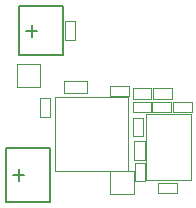
<source format=gbr>
G04 #@! TF.GenerationSoftware,KiCad,Pcbnew,(5.1.6)-1*
G04 #@! TF.CreationDate,2020-08-30T17:28:20+02:00*
G04 #@! TF.ProjectId,Freude_Microcontroller,46726575-6465-45f4-9d69-63726f636f6e,rev?*
G04 #@! TF.SameCoordinates,Original*
G04 #@! TF.FileFunction,Other,User*
%FSLAX46Y46*%
G04 Gerber Fmt 4.6, Leading zero omitted, Abs format (unit mm)*
G04 Created by KiCad (PCBNEW (5.1.6)-1) date 2020-08-30 17:28:20*
%MOMM*%
%LPD*%
G01*
G04 APERTURE LIST*
%ADD10C,0.050000*%
%ADD11C,0.200000*%
G04 APERTURE END LIST*
D10*
X207290000Y-86610000D02*
X207290000Y-81010000D01*
X203490000Y-86610000D02*
X207290000Y-86610000D01*
X203490000Y-81010000D02*
X203490000Y-86610000D01*
X207290000Y-81010000D02*
X203490000Y-81010000D01*
X203240000Y-81310000D02*
X203240000Y-82910000D01*
X203240000Y-81310000D02*
X202340000Y-81310000D01*
X202340000Y-82910000D02*
X203240000Y-82910000D01*
X202340000Y-82910000D02*
X202340000Y-81310000D01*
X196590000Y-74750000D02*
X196590000Y-73150000D01*
X196590000Y-74750000D02*
X197490000Y-74750000D01*
X197490000Y-73150000D02*
X196590000Y-73150000D01*
X197490000Y-73150000D02*
X197490000Y-74750000D01*
X200450000Y-78625000D02*
X202050000Y-78625000D01*
X200450000Y-78625000D02*
X200450000Y-79525000D01*
X202050000Y-79525000D02*
X202050000Y-78625000D01*
X202050000Y-79525000D02*
X200450000Y-79525000D01*
X202325000Y-78825000D02*
X203925000Y-78825000D01*
X202325000Y-78825000D02*
X202325000Y-79725000D01*
X203925000Y-79725000D02*
X203925000Y-78825000D01*
X203925000Y-79725000D02*
X202325000Y-79725000D01*
X205625000Y-79725000D02*
X204025000Y-79725000D01*
X205625000Y-79725000D02*
X205625000Y-78825000D01*
X204025000Y-78825000D02*
X204025000Y-79725000D01*
X204025000Y-78825000D02*
X205625000Y-78825000D01*
X206090000Y-87730000D02*
X204490000Y-87730000D01*
X206090000Y-87730000D02*
X206090000Y-86830000D01*
X204490000Y-86830000D02*
X204490000Y-87730000D01*
X204490000Y-86830000D02*
X206090000Y-86830000D01*
X204000000Y-79975000D02*
X205600000Y-79975000D01*
X204000000Y-79975000D02*
X204000000Y-80875000D01*
X205600000Y-80875000D02*
X205600000Y-79975000D01*
X205600000Y-80875000D02*
X204000000Y-80875000D01*
X203925000Y-80875000D02*
X202325000Y-80875000D01*
X203925000Y-80875000D02*
X203925000Y-79975000D01*
X202325000Y-79975000D02*
X202325000Y-80875000D01*
X202325000Y-79975000D02*
X203925000Y-79975000D01*
X202470000Y-84870000D02*
X202470000Y-83270000D01*
X202470000Y-84870000D02*
X203370000Y-84870000D01*
X203370000Y-83270000D02*
X202470000Y-83270000D01*
X203370000Y-83270000D02*
X203370000Y-84870000D01*
X203400000Y-85120000D02*
X203400000Y-86720000D01*
X203400000Y-85120000D02*
X202500000Y-85120000D01*
X202500000Y-86720000D02*
X203400000Y-86720000D01*
X202500000Y-86720000D02*
X202500000Y-85120000D01*
X205730000Y-79960000D02*
X207330000Y-79960000D01*
X205730000Y-79960000D02*
X205730000Y-80860000D01*
X207330000Y-80860000D02*
X207330000Y-79960000D01*
X207330000Y-80860000D02*
X205730000Y-80860000D01*
X194450000Y-81275000D02*
X194450000Y-79675000D01*
X194450000Y-81275000D02*
X195350000Y-81275000D01*
X195350000Y-79675000D02*
X194450000Y-79675000D01*
X195350000Y-79675000D02*
X195350000Y-81275000D01*
D11*
X191600000Y-83850000D02*
X191600000Y-88450000D01*
X191600000Y-88450000D02*
X195300000Y-88450000D01*
X195300000Y-88450000D02*
X195300000Y-83850000D01*
X195300000Y-83850000D02*
X191600000Y-83850000D01*
X193175000Y-86150000D02*
X192175000Y-86150000D01*
X192675000Y-85650000D02*
X192675000Y-86650000D01*
D10*
X198500000Y-78225000D02*
X198500000Y-79225000D01*
X198500000Y-79225000D02*
X196500000Y-79225000D01*
X196500000Y-79225000D02*
X196500000Y-78225000D01*
X196500000Y-78225000D02*
X198500000Y-78225000D01*
D11*
X192700000Y-71900000D02*
X196400000Y-71900000D01*
X192700000Y-76000000D02*
X192700000Y-71900000D01*
X196400000Y-76000000D02*
X192700000Y-76000000D01*
X196400000Y-71900000D02*
X196400000Y-76000000D01*
X194275000Y-73950000D02*
X193275000Y-73950000D01*
X193775000Y-73450000D02*
X193775000Y-74450000D01*
D10*
X201970000Y-85795000D02*
X201970000Y-79555000D01*
X201970000Y-79555000D02*
X195730000Y-79555000D01*
X195730000Y-79555000D02*
X195730000Y-85795000D01*
X195730000Y-85795000D02*
X201970000Y-85795000D01*
X200425000Y-85800000D02*
X202425000Y-85800000D01*
X202425000Y-85800000D02*
X202425000Y-87800000D01*
X202425000Y-87800000D02*
X200425000Y-87800000D01*
X200425000Y-87800000D02*
X200425000Y-85800000D01*
X192525000Y-78750000D02*
X192525000Y-76750000D01*
X194525000Y-78750000D02*
X192525000Y-78750000D01*
X194525000Y-76750000D02*
X194525000Y-78750000D01*
X192525000Y-76750000D02*
X194525000Y-76750000D01*
M02*

</source>
